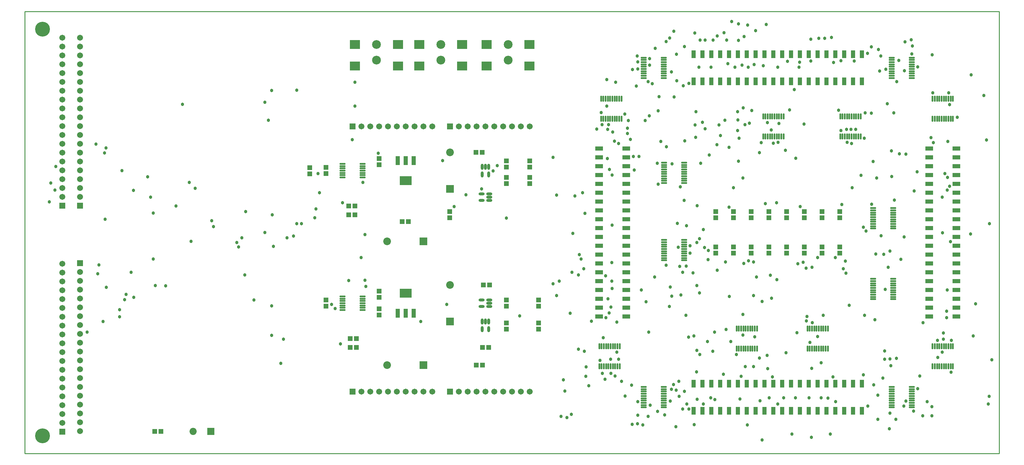
<source format=gts>
G04 Layer_Color=8388736*
%FSLAX25Y25*%
%MOIN*%
G70*
G01*
G75*
%ADD23C,0.01000*%
%ADD40R,0.04737X0.10249*%
%ADD41R,0.13398X0.10249*%
%ADD42R,0.05800X0.05800*%
%ADD43O,0.03162X0.06902*%
%ADD44R,0.05800X0.05800*%
%ADD45O,0.06902X0.03162*%
%ADD46O,0.06902X0.02178*%
%ADD47R,0.04737X0.08674*%
%ADD48R,0.08674X0.04737*%
%ADD49R,0.11824X0.10249*%
%ADD50O,0.07099X0.02178*%
%ADD51O,0.02178X0.07099*%
%ADD52R,0.08674X0.08674*%
%ADD53C,0.08674*%
%ADD54R,0.08674X0.08674*%
%ADD55C,0.08083*%
%ADD56R,0.08083X0.08083*%
%ADD57C,0.16800*%
%ADD58C,0.06706*%
%ADD59R,0.06706X0.06706*%
%ADD60R,0.06706X0.06706*%
%ADD61C,0.09900*%
%ADD62C,0.03800*%
D23*
X0Y0D02*
Y500000D01*
X1100000D01*
Y0D02*
Y500000D01*
X0Y0D02*
X1100000D01*
D40*
X420945Y158583D02*
D03*
X430000D02*
D03*
X439055D02*
D03*
Y331417D02*
D03*
X430000D02*
D03*
X420945D02*
D03*
D41*
X430000Y181417D02*
D03*
Y308583D02*
D03*
D42*
X321700Y323400D02*
D03*
Y316400D02*
D03*
X400100Y176600D02*
D03*
Y183600D02*
D03*
X580000Y173500D02*
D03*
Y166500D02*
D03*
Y147500D02*
D03*
Y140500D02*
D03*
X340000Y166500D02*
D03*
Y173500D02*
D03*
X479500Y266500D02*
D03*
Y273500D02*
D03*
X570000Y312400D02*
D03*
Y305400D02*
D03*
Y331000D02*
D03*
Y324000D02*
D03*
X543500D02*
D03*
Y331000D02*
D03*
Y305400D02*
D03*
Y312400D02*
D03*
X400000Y333500D02*
D03*
Y326500D02*
D03*
X340000Y323500D02*
D03*
Y316500D02*
D03*
X400000Y156500D02*
D03*
Y163500D02*
D03*
X880000Y273500D02*
D03*
Y266500D02*
D03*
X920000Y226500D02*
D03*
Y233500D02*
D03*
X860000Y273500D02*
D03*
Y266500D02*
D03*
X900000Y226500D02*
D03*
Y233500D02*
D03*
X880000Y226500D02*
D03*
Y233500D02*
D03*
X860000Y226500D02*
D03*
Y233500D02*
D03*
X900000Y273500D02*
D03*
Y266500D02*
D03*
X820000Y273500D02*
D03*
Y266500D02*
D03*
X840000Y226500D02*
D03*
Y233500D02*
D03*
X820000Y226500D02*
D03*
Y233500D02*
D03*
X840000Y273500D02*
D03*
Y266500D02*
D03*
X800000Y226500D02*
D03*
Y233500D02*
D03*
X780000Y226500D02*
D03*
Y233500D02*
D03*
Y273500D02*
D03*
Y266500D02*
D03*
X920000D02*
D03*
Y273500D02*
D03*
X800000D02*
D03*
Y266500D02*
D03*
X543500Y166500D02*
D03*
Y173500D02*
D03*
Y140500D02*
D03*
Y147500D02*
D03*
D43*
X516260Y140571D02*
D03*
X523740D02*
D03*
X516260Y149429D02*
D03*
X520000D02*
D03*
X523740D02*
D03*
X516260Y315571D02*
D03*
X523740D02*
D03*
X516260Y324429D02*
D03*
X520000D02*
D03*
X523740D02*
D03*
D44*
X517600Y190600D02*
D03*
X524600D02*
D03*
X516500Y120000D02*
D03*
X523500D02*
D03*
X509800Y100000D02*
D03*
X516800D02*
D03*
X367300Y120000D02*
D03*
X374300D02*
D03*
X367300Y130000D02*
D03*
X374300D02*
D03*
X432900Y262200D02*
D03*
X425900D02*
D03*
X365500Y270000D02*
D03*
X372500D02*
D03*
X365500Y280000D02*
D03*
X372500D02*
D03*
X509300Y340600D02*
D03*
X516300D02*
D03*
X153500Y25000D02*
D03*
X146500D02*
D03*
D45*
X515571Y173740D02*
D03*
Y166260D02*
D03*
X524429Y173740D02*
D03*
Y170000D02*
D03*
Y166260D02*
D03*
X515571Y293740D02*
D03*
Y286260D02*
D03*
X524429Y293740D02*
D03*
Y290000D02*
D03*
Y286260D02*
D03*
D46*
X358681Y177677D02*
D03*
Y175118D02*
D03*
Y172559D02*
D03*
Y170000D02*
D03*
Y167441D02*
D03*
Y164882D02*
D03*
Y162323D02*
D03*
X381319Y177677D02*
D03*
Y175118D02*
D03*
Y172559D02*
D03*
Y170000D02*
D03*
Y167441D02*
D03*
Y164882D02*
D03*
Y162323D02*
D03*
X358681Y327677D02*
D03*
Y325118D02*
D03*
Y322559D02*
D03*
Y320000D02*
D03*
Y317441D02*
D03*
Y314882D02*
D03*
Y312323D02*
D03*
X381319Y327677D02*
D03*
Y325118D02*
D03*
Y322559D02*
D03*
Y320000D02*
D03*
Y317441D02*
D03*
Y314882D02*
D03*
Y312323D02*
D03*
D47*
X795000Y79104D02*
D03*
X775000D02*
D03*
X765000D02*
D03*
X755000D02*
D03*
X785000D02*
D03*
X835000D02*
D03*
X805000D02*
D03*
X815000D02*
D03*
X825000D02*
D03*
X845000D02*
D03*
X885000D02*
D03*
X855000D02*
D03*
X865000D02*
D03*
X875000D02*
D03*
X895000D02*
D03*
X935000D02*
D03*
X905000D02*
D03*
X915000D02*
D03*
X925000D02*
D03*
X945000D02*
D03*
Y48396D02*
D03*
X925000D02*
D03*
X915000D02*
D03*
X905000D02*
D03*
X935000D02*
D03*
X895000D02*
D03*
X875000D02*
D03*
X865000D02*
D03*
X855000D02*
D03*
X885000D02*
D03*
X845000D02*
D03*
X825000D02*
D03*
X815000D02*
D03*
X805000D02*
D03*
X835000D02*
D03*
X785000D02*
D03*
X755000D02*
D03*
X765000D02*
D03*
X775000D02*
D03*
X795000D02*
D03*
X905000Y420896D02*
D03*
X925000D02*
D03*
X935000D02*
D03*
X945000D02*
D03*
X915000D02*
D03*
X865000D02*
D03*
X895000D02*
D03*
X885000D02*
D03*
X875000D02*
D03*
X855000D02*
D03*
X815000D02*
D03*
X845000D02*
D03*
X835000D02*
D03*
X825000D02*
D03*
X805000D02*
D03*
X765000D02*
D03*
X795000D02*
D03*
X785000D02*
D03*
X775000D02*
D03*
X755000D02*
D03*
Y451604D02*
D03*
X775000D02*
D03*
X785000D02*
D03*
X795000D02*
D03*
X765000D02*
D03*
X805000D02*
D03*
X825000D02*
D03*
X835000D02*
D03*
X845000D02*
D03*
X815000D02*
D03*
X855000D02*
D03*
X875000D02*
D03*
X885000D02*
D03*
X895000D02*
D03*
X865000D02*
D03*
X915000D02*
D03*
X945000D02*
D03*
X935000D02*
D03*
X925000D02*
D03*
X905000D02*
D03*
D48*
X679104Y305000D02*
D03*
Y325000D02*
D03*
Y335000D02*
D03*
Y345000D02*
D03*
Y315000D02*
D03*
Y265000D02*
D03*
Y295000D02*
D03*
Y285000D02*
D03*
Y275000D02*
D03*
Y255000D02*
D03*
Y215000D02*
D03*
Y245000D02*
D03*
Y235000D02*
D03*
Y225000D02*
D03*
Y205000D02*
D03*
Y165000D02*
D03*
Y195000D02*
D03*
Y185000D02*
D03*
Y175000D02*
D03*
Y155000D02*
D03*
X648396D02*
D03*
Y175000D02*
D03*
Y185000D02*
D03*
Y195000D02*
D03*
Y165000D02*
D03*
Y205000D02*
D03*
Y225000D02*
D03*
Y235000D02*
D03*
Y245000D02*
D03*
Y215000D02*
D03*
Y255000D02*
D03*
Y275000D02*
D03*
Y285000D02*
D03*
Y295000D02*
D03*
Y265000D02*
D03*
Y315000D02*
D03*
Y345000D02*
D03*
Y335000D02*
D03*
Y325000D02*
D03*
Y305000D02*
D03*
X1020896Y195000D02*
D03*
Y175000D02*
D03*
Y165000D02*
D03*
Y155000D02*
D03*
Y185000D02*
D03*
Y235000D02*
D03*
Y205000D02*
D03*
Y215000D02*
D03*
Y225000D02*
D03*
Y245000D02*
D03*
Y285000D02*
D03*
Y255000D02*
D03*
Y265000D02*
D03*
Y275000D02*
D03*
Y295000D02*
D03*
Y335000D02*
D03*
Y305000D02*
D03*
Y315000D02*
D03*
Y325000D02*
D03*
Y345000D02*
D03*
X1051604D02*
D03*
Y325000D02*
D03*
Y315000D02*
D03*
Y305000D02*
D03*
Y335000D02*
D03*
Y295000D02*
D03*
Y275000D02*
D03*
Y265000D02*
D03*
Y255000D02*
D03*
Y285000D02*
D03*
Y245000D02*
D03*
Y225000D02*
D03*
Y215000D02*
D03*
Y205000D02*
D03*
Y235000D02*
D03*
Y185000D02*
D03*
Y155000D02*
D03*
Y165000D02*
D03*
Y175000D02*
D03*
Y195000D02*
D03*
D49*
X493700Y438300D02*
D03*
Y462800D02*
D03*
X445200Y438300D02*
D03*
Y462800D02*
D03*
X421200Y438300D02*
D03*
Y462800D02*
D03*
X372700Y438300D02*
D03*
Y462800D02*
D03*
X569700Y438300D02*
D03*
Y462800D02*
D03*
X521200Y438300D02*
D03*
Y462800D02*
D03*
D50*
X978681Y447766D02*
D03*
Y445207D02*
D03*
Y442648D02*
D03*
Y440089D02*
D03*
Y437530D02*
D03*
Y434970D02*
D03*
Y432411D02*
D03*
Y429852D02*
D03*
Y427293D02*
D03*
Y424734D02*
D03*
X1001319Y447766D02*
D03*
Y445207D02*
D03*
Y442648D02*
D03*
Y440089D02*
D03*
Y437530D02*
D03*
Y434970D02*
D03*
Y432411D02*
D03*
Y429852D02*
D03*
Y427293D02*
D03*
Y424734D02*
D03*
X721319Y52234D02*
D03*
Y54793D02*
D03*
Y57352D02*
D03*
Y59911D02*
D03*
Y62470D02*
D03*
Y65030D02*
D03*
Y67589D02*
D03*
Y70148D02*
D03*
Y72707D02*
D03*
Y75266D02*
D03*
X698681Y52234D02*
D03*
Y54793D02*
D03*
Y57352D02*
D03*
Y59911D02*
D03*
Y62470D02*
D03*
Y65030D02*
D03*
Y67589D02*
D03*
Y70148D02*
D03*
Y72707D02*
D03*
Y75266D02*
D03*
X721681Y329016D02*
D03*
Y326457D02*
D03*
Y323898D02*
D03*
Y321339D02*
D03*
Y318780D02*
D03*
Y316220D02*
D03*
Y313661D02*
D03*
Y311102D02*
D03*
Y308543D02*
D03*
Y305984D02*
D03*
X744319Y329016D02*
D03*
Y326457D02*
D03*
Y323898D02*
D03*
Y321339D02*
D03*
Y318780D02*
D03*
Y316220D02*
D03*
Y313661D02*
D03*
Y311102D02*
D03*
Y308543D02*
D03*
Y305984D02*
D03*
X980319Y174484D02*
D03*
Y177043D02*
D03*
Y179602D02*
D03*
Y182161D02*
D03*
Y184720D02*
D03*
Y187280D02*
D03*
Y189839D02*
D03*
Y192398D02*
D03*
Y194957D02*
D03*
Y197516D02*
D03*
X957681Y174484D02*
D03*
Y177043D02*
D03*
Y179602D02*
D03*
Y182161D02*
D03*
Y184720D02*
D03*
Y187280D02*
D03*
Y189839D02*
D03*
Y192398D02*
D03*
Y194957D02*
D03*
Y197516D02*
D03*
X698681Y447766D02*
D03*
Y445207D02*
D03*
Y442648D02*
D03*
Y440089D02*
D03*
Y437530D02*
D03*
Y434970D02*
D03*
Y432411D02*
D03*
Y429852D02*
D03*
Y427293D02*
D03*
Y424734D02*
D03*
X721319Y447766D02*
D03*
Y445207D02*
D03*
Y442648D02*
D03*
Y440089D02*
D03*
Y437530D02*
D03*
Y434970D02*
D03*
Y432411D02*
D03*
Y429852D02*
D03*
Y427293D02*
D03*
Y424734D02*
D03*
X1001319Y52234D02*
D03*
Y54793D02*
D03*
Y57352D02*
D03*
Y59911D02*
D03*
Y62470D02*
D03*
Y65030D02*
D03*
Y67589D02*
D03*
Y70148D02*
D03*
Y72707D02*
D03*
Y75266D02*
D03*
X978681Y52234D02*
D03*
Y54793D02*
D03*
Y57352D02*
D03*
Y59911D02*
D03*
Y62470D02*
D03*
Y65030D02*
D03*
Y67589D02*
D03*
Y70148D02*
D03*
Y72707D02*
D03*
Y75266D02*
D03*
X721681Y241516D02*
D03*
Y238957D02*
D03*
Y236398D02*
D03*
Y233839D02*
D03*
Y231280D02*
D03*
Y228720D02*
D03*
Y226161D02*
D03*
Y223602D02*
D03*
Y221043D02*
D03*
Y218484D02*
D03*
X744319Y241516D02*
D03*
Y238957D02*
D03*
Y236398D02*
D03*
Y233839D02*
D03*
Y231280D02*
D03*
Y228720D02*
D03*
Y226161D02*
D03*
Y223602D02*
D03*
Y221043D02*
D03*
Y218484D02*
D03*
X980319Y254484D02*
D03*
Y257043D02*
D03*
Y259602D02*
D03*
Y262161D02*
D03*
Y264720D02*
D03*
Y267280D02*
D03*
Y269839D02*
D03*
Y272398D02*
D03*
Y274957D02*
D03*
Y277516D02*
D03*
X957681Y254484D02*
D03*
Y257043D02*
D03*
Y259602D02*
D03*
Y262161D02*
D03*
Y264720D02*
D03*
Y267280D02*
D03*
Y269839D02*
D03*
Y272398D02*
D03*
Y274957D02*
D03*
Y277516D02*
D03*
D51*
X943516Y381319D02*
D03*
X940957D02*
D03*
X938398D02*
D03*
X935839D02*
D03*
X933280D02*
D03*
X930720D02*
D03*
X928161D02*
D03*
X925602D02*
D03*
X923043D02*
D03*
X920484D02*
D03*
X943516Y358681D02*
D03*
X940957D02*
D03*
X938398D02*
D03*
X935839D02*
D03*
X933280D02*
D03*
X930720D02*
D03*
X928161D02*
D03*
X925602D02*
D03*
X923043D02*
D03*
X920484D02*
D03*
X803484Y118681D02*
D03*
X806043D02*
D03*
X808602D02*
D03*
X811161D02*
D03*
X813720D02*
D03*
X816280D02*
D03*
X818839D02*
D03*
X821398D02*
D03*
X823957D02*
D03*
X826516D02*
D03*
X803484Y141319D02*
D03*
X806043D02*
D03*
X808602D02*
D03*
X811161D02*
D03*
X813720D02*
D03*
X816280D02*
D03*
X818839D02*
D03*
X821398D02*
D03*
X823957D02*
D03*
X826516D02*
D03*
X648484Y98681D02*
D03*
X651043D02*
D03*
X653602D02*
D03*
X656161D02*
D03*
X658720D02*
D03*
X661280D02*
D03*
X663839D02*
D03*
X666398D02*
D03*
X668957D02*
D03*
X671516D02*
D03*
X648484Y121319D02*
D03*
X651043D02*
D03*
X653602D02*
D03*
X656161D02*
D03*
X658720D02*
D03*
X661280D02*
D03*
X663839D02*
D03*
X666398D02*
D03*
X668957D02*
D03*
X671516D02*
D03*
X1047766Y401319D02*
D03*
X1045207D02*
D03*
X1042648D02*
D03*
X1040089D02*
D03*
X1037530D02*
D03*
X1034970D02*
D03*
X1032411D02*
D03*
X1029852D02*
D03*
X1027293D02*
D03*
X1024734D02*
D03*
X1047766Y378681D02*
D03*
X1045207D02*
D03*
X1042648D02*
D03*
X1040089D02*
D03*
X1037530D02*
D03*
X1034970D02*
D03*
X1032411D02*
D03*
X1029852D02*
D03*
X1027293D02*
D03*
X1024734D02*
D03*
X856516Y381319D02*
D03*
X853957D02*
D03*
X851398D02*
D03*
X848839D02*
D03*
X846280D02*
D03*
X843720D02*
D03*
X841161D02*
D03*
X838602D02*
D03*
X836043D02*
D03*
X833484D02*
D03*
X856516Y358681D02*
D03*
X853957D02*
D03*
X851398D02*
D03*
X848839D02*
D03*
X846280D02*
D03*
X843720D02*
D03*
X841161D02*
D03*
X838602D02*
D03*
X836043D02*
D03*
X833484D02*
D03*
X883484Y118681D02*
D03*
X886043D02*
D03*
X888602D02*
D03*
X891161D02*
D03*
X893720D02*
D03*
X896280D02*
D03*
X898839D02*
D03*
X901398D02*
D03*
X903957D02*
D03*
X906516D02*
D03*
X883484Y141319D02*
D03*
X886043D02*
D03*
X888602D02*
D03*
X891161D02*
D03*
X893720D02*
D03*
X896280D02*
D03*
X898839D02*
D03*
X901398D02*
D03*
X903957D02*
D03*
X906516D02*
D03*
X650484Y378681D02*
D03*
X653043D02*
D03*
X655602D02*
D03*
X658161D02*
D03*
X660720D02*
D03*
X663280D02*
D03*
X665839D02*
D03*
X668398D02*
D03*
X670957D02*
D03*
X673516D02*
D03*
X650484Y401319D02*
D03*
X653043D02*
D03*
X655602D02*
D03*
X658161D02*
D03*
X660720D02*
D03*
X663280D02*
D03*
X665839D02*
D03*
X668398D02*
D03*
X670957D02*
D03*
X673516D02*
D03*
X1047766Y121319D02*
D03*
X1045207D02*
D03*
X1042648D02*
D03*
X1040089D02*
D03*
X1037530D02*
D03*
X1034970D02*
D03*
X1032411D02*
D03*
X1029852D02*
D03*
X1027293D02*
D03*
X1024734D02*
D03*
X1047766Y98681D02*
D03*
X1045207D02*
D03*
X1042648D02*
D03*
X1040089D02*
D03*
X1037530D02*
D03*
X1034970D02*
D03*
X1032411D02*
D03*
X1029852D02*
D03*
X1027293D02*
D03*
X1024734D02*
D03*
D52*
X480000Y299409D02*
D03*
Y149409D02*
D03*
D53*
Y340591D02*
D03*
Y190591D02*
D03*
X408909Y240000D02*
D03*
Y100000D02*
D03*
D54*
X450091Y240000D02*
D03*
Y100000D02*
D03*
D55*
X190000Y25000D02*
D03*
D56*
X210000D02*
D03*
D57*
X20000Y20000D02*
D03*
Y480000D02*
D03*
D58*
X42300Y214800D02*
D03*
Y204800D02*
D03*
Y194800D02*
D03*
Y184800D02*
D03*
Y174800D02*
D03*
Y164800D02*
D03*
Y154800D02*
D03*
Y144800D02*
D03*
Y134800D02*
D03*
Y124800D02*
D03*
Y114800D02*
D03*
Y104800D02*
D03*
Y94800D02*
D03*
Y84800D02*
D03*
Y74800D02*
D03*
Y64800D02*
D03*
Y54800D02*
D03*
Y44800D02*
D03*
Y34800D02*
D03*
X62300Y25300D02*
D03*
Y35300D02*
D03*
Y45300D02*
D03*
Y55300D02*
D03*
Y65300D02*
D03*
Y75300D02*
D03*
Y85300D02*
D03*
Y95300D02*
D03*
Y105300D02*
D03*
Y115300D02*
D03*
Y125300D02*
D03*
Y135300D02*
D03*
Y145300D02*
D03*
Y155300D02*
D03*
Y165300D02*
D03*
Y175300D02*
D03*
Y185300D02*
D03*
Y195300D02*
D03*
Y205300D02*
D03*
Y470400D02*
D03*
Y460400D02*
D03*
Y450400D02*
D03*
Y440400D02*
D03*
Y430400D02*
D03*
Y420400D02*
D03*
Y410400D02*
D03*
Y400400D02*
D03*
Y390400D02*
D03*
Y380400D02*
D03*
Y370400D02*
D03*
Y360400D02*
D03*
Y350400D02*
D03*
Y340400D02*
D03*
Y330400D02*
D03*
Y320400D02*
D03*
Y310400D02*
D03*
Y300400D02*
D03*
Y290400D02*
D03*
X42300Y470400D02*
D03*
Y460400D02*
D03*
Y450400D02*
D03*
Y440400D02*
D03*
Y430400D02*
D03*
Y420400D02*
D03*
Y410400D02*
D03*
Y400400D02*
D03*
Y390400D02*
D03*
Y380400D02*
D03*
Y370400D02*
D03*
Y360400D02*
D03*
Y350400D02*
D03*
Y340400D02*
D03*
Y330400D02*
D03*
Y320400D02*
D03*
Y310400D02*
D03*
Y300400D02*
D03*
Y290400D02*
D03*
X380000Y370000D02*
D03*
X400000D02*
D03*
X410000D02*
D03*
X420000D02*
D03*
X430000D02*
D03*
X440000D02*
D03*
X450000D02*
D03*
X460000D02*
D03*
X390000D02*
D03*
X380000Y70000D02*
D03*
X400000D02*
D03*
X410000D02*
D03*
X420000D02*
D03*
X430000D02*
D03*
X440000D02*
D03*
X450000D02*
D03*
X460000D02*
D03*
X390000D02*
D03*
X490000Y370000D02*
D03*
X510000D02*
D03*
X520000D02*
D03*
X530000D02*
D03*
X540000D02*
D03*
X550000D02*
D03*
X560000D02*
D03*
X570000D02*
D03*
X500000D02*
D03*
X490000Y70000D02*
D03*
X510000D02*
D03*
X520000D02*
D03*
X530000D02*
D03*
X540000D02*
D03*
X550000D02*
D03*
X560000D02*
D03*
X570000D02*
D03*
X500000D02*
D03*
D59*
X42300Y24800D02*
D03*
X62300Y215300D02*
D03*
Y280400D02*
D03*
X42300D02*
D03*
D60*
X370000Y370000D02*
D03*
Y70000D02*
D03*
X480000Y370000D02*
D03*
Y70000D02*
D03*
D61*
X469483Y462615D02*
D03*
Y444898D02*
D03*
X396983Y462615D02*
D03*
Y444898D02*
D03*
X545483Y462615D02*
D03*
Y444898D02*
D03*
D62*
X971400Y185800D02*
D03*
X120004Y205104D02*
D03*
X107000Y162600D02*
D03*
X147200Y190000D02*
D03*
X122900Y176800D02*
D03*
X114300Y180000D02*
D03*
X80200Y350000D02*
D03*
X29300Y306100D02*
D03*
X312200Y260000D02*
D03*
X271100Y397200D02*
D03*
Y250000D02*
D03*
X178100Y394900D02*
D03*
X245130Y243900D02*
D03*
X307100Y411100D02*
D03*
Y260000D02*
D03*
X83783Y213400D02*
D03*
X82300Y203400D02*
D03*
X88200Y149400D02*
D03*
X112604Y173900D02*
D03*
X278800Y167100D02*
D03*
Y133800D02*
D03*
X280600Y234400D02*
D03*
X248200Y202000D02*
D03*
X91600Y345800D02*
D03*
X275100Y376900D02*
D03*
X296100Y244000D02*
D03*
X33900Y297900D02*
D03*
X142008Y290000D02*
D03*
X138500Y313000D02*
D03*
X170800Y280000D02*
D03*
X292100Y129300D02*
D03*
X765000Y374800D02*
D03*
X795200Y177600D02*
D03*
X1007300Y318700D02*
D03*
X1040500Y153750D02*
D03*
X730300Y177900D02*
D03*
X328500Y276600D02*
D03*
X385100Y189100D02*
D03*
X976600Y229000D02*
D03*
X992600Y245000D02*
D03*
X1041600Y312200D02*
D03*
X1044100Y302400D02*
D03*
X693300Y336000D02*
D03*
X686826D02*
D03*
X797100Y126800D02*
D03*
X770600D02*
D03*
X887900Y18300D02*
D03*
X685600Y32900D02*
D03*
X691657Y33800D02*
D03*
X909400Y22000D02*
D03*
X866100Y22100D02*
D03*
X697600Y32300D02*
D03*
X830000Y59667D02*
D03*
X703631Y42000D02*
D03*
X888400Y96400D02*
D03*
X976600Y106900D02*
D03*
X970700Y106800D02*
D03*
X822500Y98300D02*
D03*
X970700Y115900D02*
D03*
X813300Y98300D02*
D03*
X968700Y85200D02*
D03*
X808500Y87300D02*
D03*
X788600Y89800D02*
D03*
X977600Y99400D02*
D03*
X983200Y38600D02*
D03*
X765900Y55900D02*
D03*
X842600Y366000D02*
D03*
X813000Y372000D02*
D03*
X797975Y488575D02*
D03*
X993750Y465500D02*
D03*
X1000500Y467900D02*
D03*
X815900Y484800D02*
D03*
X805500Y486112D02*
D03*
X986600Y444800D02*
D03*
X913100Y442200D02*
D03*
X1001300Y452000D02*
D03*
X936400Y443900D02*
D03*
X724100Y466057D02*
D03*
X887400Y444100D02*
D03*
X743300Y416100D02*
D03*
X730100Y431500D02*
D03*
X861100Y443600D02*
D03*
X735500Y451667D02*
D03*
X921200Y444200D02*
D03*
X951400Y452500D02*
D03*
X727900Y470000D02*
D03*
X399100Y339500D02*
D03*
X918500Y388300D02*
D03*
X1052800Y380200D02*
D03*
X976550Y45750D02*
D03*
X1045500Y92000D02*
D03*
X631000Y208900D02*
D03*
X714900Y304600D02*
D03*
X766100Y253400D02*
D03*
X963100Y65900D02*
D03*
Y38700D02*
D03*
X1023000Y357200D02*
D03*
X966500Y246300D02*
D03*
X978700Y313300D02*
D03*
X946700Y255987D02*
D03*
X944000Y314800D02*
D03*
X957633Y330200D02*
D03*
X994600Y338800D02*
D03*
X978200Y342200D02*
D03*
X981100Y385462D02*
D03*
X749500Y50200D02*
D03*
X759100Y280300D02*
D03*
X981700Y286500D02*
D03*
X1004100Y297074D02*
D03*
X755500Y32700D02*
D03*
X690400Y415600D02*
D03*
X1024900Y408000D02*
D03*
X946500Y89000D02*
D03*
X906700Y62500D02*
D03*
X912200Y86500D02*
D03*
X1030200Y128000D02*
D03*
X1010300Y87600D02*
D03*
X915300Y58500D02*
D03*
X850000Y55898D02*
D03*
X1036970Y129200D02*
D03*
X1035700Y114700D02*
D03*
X1030600Y108600D02*
D03*
X1046100Y128000D02*
D03*
X885429Y62900D02*
D03*
X859200Y114100D02*
D03*
X776500Y115700D02*
D03*
X758500Y116600D02*
D03*
X899000Y102800D02*
D03*
Y62900D02*
D03*
X870000D02*
D03*
X841600Y201500D02*
D03*
X754200Y204300D02*
D03*
X856500Y62900D02*
D03*
X849000Y196635D02*
D03*
X710900Y199500D02*
D03*
X736700Y260300D02*
D03*
X758500Y238500D02*
D03*
X758700Y190100D02*
D03*
X843000Y175500D02*
D03*
X844100Y86600D02*
D03*
X747100Y257549D02*
D03*
X761600Y243049D02*
D03*
Y181800D02*
D03*
X740700Y179400D02*
D03*
X738400Y81600D02*
D03*
X729900Y72750D02*
D03*
X732300Y78000D02*
D03*
X759000Y61452D02*
D03*
X767400Y233000D02*
D03*
X750900Y235000D02*
D03*
X774300Y63000D02*
D03*
X771200Y219400D02*
D03*
X751000Y226620D02*
D03*
X746700Y212100D02*
D03*
X739200Y211700D02*
D03*
X735200Y71500D02*
D03*
X666398Y87700D02*
D03*
X662900Y186700D02*
D03*
X661500Y165700D02*
D03*
X661300Y106800D02*
D03*
X625000Y201900D02*
D03*
X624900Y117861D02*
D03*
X652000Y90761D02*
D03*
X628000Y220100D02*
D03*
X631700Y115600D02*
D03*
X649300Y105400D02*
D03*
X663600Y363800D02*
D03*
X663000Y258400D02*
D03*
X658000Y366700D02*
D03*
X659000Y372100D02*
D03*
X657600Y333600D02*
D03*
X650484Y385700D02*
D03*
X662900Y315000D02*
D03*
X688042Y320700D02*
D03*
X790900Y216500D02*
D03*
X665800Y353400D02*
D03*
X680400Y368000D02*
D03*
X730800Y327700D02*
D03*
X727600Y166400D02*
D03*
X810600Y134100D02*
D03*
X810800Y157300D02*
D03*
X701281Y171600D02*
D03*
X660000Y321182D02*
D03*
X816900Y218100D02*
D03*
X822600Y178800D02*
D03*
X596300Y192100D02*
D03*
Y335000D02*
D03*
X791600Y140300D02*
D03*
X600200Y178800D02*
D03*
Y292200D02*
D03*
X826000Y199500D02*
D03*
X882000Y209500D02*
D03*
X871700Y136800D02*
D03*
X633600Y98000D02*
D03*
X632300Y271800D02*
D03*
X872500Y214600D02*
D03*
X618700Y249000D02*
D03*
X633300Y87200D02*
D03*
X901398Y156402D02*
D03*
X878800Y216400D02*
D03*
X685000Y77400D02*
D03*
X636600Y76700D02*
D03*
X626000Y225000D02*
D03*
X742600Y204900D02*
D03*
X714195Y47800D02*
D03*
X616900Y44300D02*
D03*
X617500Y205000D02*
D03*
X746300Y156400D02*
D03*
X755200Y132900D02*
D03*
X1008000Y73300D02*
D03*
X1070500Y132850D02*
D03*
X1024200Y451100D02*
D03*
X1085500Y354500D02*
D03*
X910600Y470800D02*
D03*
X903000Y469500D02*
D03*
X1091800Y106000D02*
D03*
X994700Y59400D02*
D03*
X992200Y53550D02*
D03*
X1088700Y64596D02*
D03*
X896200Y469700D02*
D03*
X887200Y468800D02*
D03*
X1087700Y56100D02*
D03*
X1003300Y48000D02*
D03*
X938000Y366600D02*
D03*
X879500Y372700D02*
D03*
X863400Y388800D02*
D03*
X811000Y390900D02*
D03*
X801800Y437100D02*
D03*
X774500Y437000D02*
D03*
X768100Y467800D02*
D03*
X789364Y475864D02*
D03*
X781400Y349300D02*
D03*
X933280Y350800D02*
D03*
X932720Y366600D02*
D03*
X783600Y371500D02*
D03*
X781700Y472350D02*
D03*
X805500Y467200D02*
D03*
X818100Y373500D02*
D03*
X928200Y352000D02*
D03*
X711700Y458400D02*
D03*
X704900Y381900D02*
D03*
X851398Y373200D02*
D03*
X716000Y403600D02*
D03*
X757200Y357500D02*
D03*
X844939Y351000D02*
D03*
X868500Y411500D02*
D03*
X749500Y418600D02*
D03*
X744500Y460300D02*
D03*
X858800Y342900D02*
D03*
X756500Y371800D02*
D03*
X735900Y421500D02*
D03*
X761100Y437100D02*
D03*
X757600Y386800D02*
D03*
X804700D02*
D03*
X805100Y377200D02*
D03*
X838300Y374300D02*
D03*
X703500Y420600D02*
D03*
X745000Y353700D02*
D03*
X829300Y340200D02*
D03*
X831300Y351600D02*
D03*
X806400Y356800D02*
D03*
X793800Y440900D02*
D03*
X809650Y439200D02*
D03*
X823167Y439933D02*
D03*
X816500Y437000D02*
D03*
X837000Y485400D02*
D03*
X1002000Y461100D02*
D03*
X1008000Y437400D02*
D03*
X972000Y434700D02*
D03*
X984228Y420500D02*
D03*
X874500Y442800D02*
D03*
X705400Y446800D02*
D03*
X691200Y449650D02*
D03*
X692000Y434970D02*
D03*
X705300Y439300D02*
D03*
X686000Y434300D02*
D03*
X1073400Y169300D02*
D03*
X1013900Y148000D02*
D03*
X895000Y132200D02*
D03*
X677497Y65100D02*
D03*
X778700Y137400D02*
D03*
X704400D02*
D03*
X210900Y263400D02*
D03*
X187500Y240000D02*
D03*
X239400Y238600D02*
D03*
X1036000Y249600D02*
D03*
X350200Y164100D02*
D03*
X356300Y123900D02*
D03*
X365500Y195500D02*
D03*
X848600Y283600D02*
D03*
X1013500Y42500D02*
D03*
X1024100Y53100D02*
D03*
Y42500D02*
D03*
X747431Y55831D02*
D03*
X673700Y81600D02*
D03*
X823957Y132000D02*
D03*
X749400Y131700D02*
D03*
X657000Y422900D02*
D03*
X888600Y210600D02*
D03*
X657000Y393100D02*
D03*
X372700D02*
D03*
X471800Y331200D02*
D03*
X805500Y330800D02*
D03*
X927017Y204100D02*
D03*
X790319Y376850D02*
D03*
X772800Y337500D02*
D03*
X810800Y311800D02*
D03*
X1040500Y161100D02*
D03*
X974800Y210500D02*
D03*
X107000Y154500D02*
D03*
X91900Y188000D02*
D03*
X159000Y189800D02*
D03*
X90000Y340000D02*
D03*
X35000Y324800D02*
D03*
X109700Y320000D02*
D03*
X303200Y246000D02*
D03*
X249200Y273700D02*
D03*
X213000Y256600D02*
D03*
X241300Y233600D02*
D03*
X70300Y137300D02*
D03*
X289100Y102100D02*
D03*
X90800Y265100D02*
D03*
X192300Y300000D02*
D03*
X185700Y306600D02*
D03*
X279400Y270000D02*
D03*
X278800Y410800D02*
D03*
X27800Y284800D02*
D03*
X122700Y297500D02*
D03*
X358700Y283800D02*
D03*
X381500Y306600D02*
D03*
X700200Y376800D02*
D03*
X870200Y334000D02*
D03*
X681200Y376800D02*
D03*
X947800Y356600D02*
D03*
X987200Y338900D02*
D03*
X959800Y151200D02*
D03*
X883100Y155000D02*
D03*
X384000Y247800D02*
D03*
X145000Y272000D02*
D03*
Y220000D02*
D03*
X327219Y266600D02*
D03*
X379700Y221800D02*
D03*
X332657Y295000D02*
D03*
X683488Y355400D02*
D03*
X714057Y328400D02*
D03*
X659700Y159000D02*
D03*
X652900Y131000D02*
D03*
X668400Y114700D02*
D03*
Y148600D02*
D03*
X761900Y112000D02*
D03*
X803300D02*
D03*
X886400Y125700D02*
D03*
X838000Y110900D02*
D03*
X692100Y43200D02*
D03*
X735000Y30400D02*
D03*
X838500Y96000D02*
D03*
X692000Y58800D02*
D03*
X984100Y107500D02*
D03*
X829400Y107900D02*
D03*
X742600Y50400D02*
D03*
X976000Y27900D02*
D03*
X992900Y432970D02*
D03*
X964900Y432800D02*
D03*
X955800Y459900D02*
D03*
X756400Y475700D02*
D03*
X732600Y477600D02*
D03*
X963600Y456900D02*
D03*
X515571Y299409D02*
D03*
X446846Y149409D02*
D03*
X498000Y292600D02*
D03*
X484700Y279300D02*
D03*
X346300Y168800D02*
D03*
X476200D02*
D03*
X807263Y61600D02*
D03*
X706093Y54793D02*
D03*
X645700Y366900D02*
D03*
X1025676Y351676D02*
D03*
X1042000Y353000D02*
D03*
X1067700Y248400D02*
D03*
X258500Y173500D02*
D03*
X733000Y403200D02*
D03*
X655900Y153700D02*
D03*
X558700Y155700D02*
D03*
X330900Y316500D02*
D03*
X369500Y355100D02*
D03*
X989100Y219500D02*
D03*
X969600Y225300D02*
D03*
X934000Y300600D02*
D03*
X961600Y311700D02*
D03*
X1042900Y408000D02*
D03*
X832400Y15400D02*
D03*
X815500Y32300D02*
D03*
X951800Y53700D02*
D03*
X973600Y395600D02*
D03*
X1043900Y394500D02*
D03*
X1036900Y136300D02*
D03*
X1018600Y58800D02*
D03*
X762900Y328200D02*
D03*
X949700Y251600D02*
D03*
X958400Y77600D02*
D03*
X840300Y62900D02*
D03*
X832400Y172000D02*
D03*
X728600Y188200D02*
D03*
X737700Y233300D02*
D03*
X771600Y229600D02*
D03*
X779100Y61100D02*
D03*
X738800Y64800D02*
D03*
X744500Y70143D02*
D03*
X661500Y90600D02*
D03*
X670200Y106800D02*
D03*
X654900Y84000D02*
D03*
X658350Y175000D02*
D03*
X662700Y195000D02*
D03*
X723900Y213000D02*
D03*
X677200Y384000D02*
D03*
X651500Y372000D02*
D03*
X670400Y350500D02*
D03*
X680237Y362013D02*
D03*
X811720Y215059D02*
D03*
X621100Y291200D02*
D03*
X609700Y70700D02*
D03*
X882400Y150000D02*
D03*
X888900Y148000D02*
D03*
X608100Y83400D02*
D03*
X629500Y295000D02*
D03*
X781600Y207300D02*
D03*
X603200Y195000D02*
D03*
X605200Y41900D02*
D03*
X722300Y43600D02*
D03*
X728600Y59300D02*
D03*
X612000Y40800D02*
D03*
X615800Y158800D02*
D03*
X758400Y92200D02*
D03*
X1068200Y428200D02*
D03*
X1082500Y404900D02*
D03*
X948500Y385200D02*
D03*
X812050Y471750D02*
D03*
X820600Y387900D02*
D03*
X955800Y385100D02*
D03*
X762200Y467800D02*
D03*
X767907Y367450D02*
D03*
X927602Y366600D02*
D03*
X792200Y467800D02*
D03*
X804500Y365300D02*
D03*
X921300D02*
D03*
X850400Y352000D02*
D03*
X785400Y359700D02*
D03*
X776900Y467800D02*
D03*
X873900Y437100D02*
D03*
X833800Y438600D02*
D03*
X966300Y449500D02*
D03*
X825000Y478200D02*
D03*
X850000Y437100D02*
D03*
X708193Y418300D02*
D03*
X692000Y442900D02*
D03*
X715100Y387500D02*
D03*
X795000Y278500D02*
D03*
X875200Y279300D02*
D03*
X915000Y221500D02*
D03*
X800000Y300600D02*
D03*
X724300Y346900D02*
D03*
X895000Y221500D02*
D03*
X384100Y196000D02*
D03*
X922200Y281600D02*
D03*
X956100Y282000D02*
D03*
X960500Y225600D02*
D03*
X739900Y301800D02*
D03*
X718000Y352900D02*
D03*
X667100Y420000D02*
D03*
X372700D02*
D03*
X822800Y216600D02*
D03*
X744200Y286200D02*
D03*
X836043Y282600D02*
D03*
X528800Y319800D02*
D03*
X543500Y266400D02*
D03*
X533200Y325500D02*
D03*
X639700Y149500D02*
D03*
X930600Y167700D02*
D03*
X695900Y185000D02*
D03*
X948100Y156400D02*
D03*
X924100Y208900D02*
D03*
X662700Y215900D02*
D03*
X1041300Y185000D02*
D03*
X1041200Y297900D02*
D03*
X1038529Y316600D02*
D03*
X1035800Y290100D02*
D03*
X795100Y346400D02*
D03*
X926300Y217550D02*
D03*
X655800Y201100D02*
D03*
X1045000Y239500D02*
D03*
X1088900Y260100D02*
D03*
M02*

</source>
